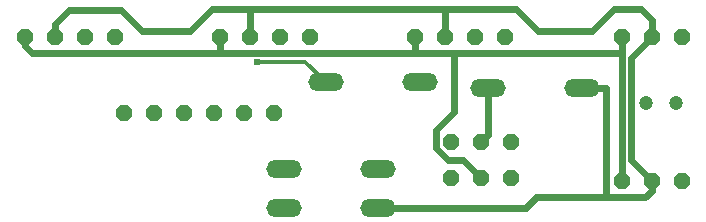
<source format=gbr>
%TF.GenerationSoftware,KiCad,Pcbnew,7.0.5*%
%TF.CreationDate,2023-09-06T09:40:42-04:00*%
%TF.ProjectId,NB1,4e42312e-6b69-4636-9164-5f7063625858,rev?*%
%TF.SameCoordinates,Original*%
%TF.FileFunction,Copper,L2,Bot*%
%TF.FilePolarity,Positive*%
%FSLAX46Y46*%
G04 Gerber Fmt 4.6, Leading zero omitted, Abs format (unit mm)*
G04 Created by KiCad (PCBNEW 7.0.5) date 2023-09-06 09:40:42*
%MOMM*%
%LPD*%
G01*
G04 APERTURE LIST*
G04 Aperture macros list*
%AMOutline5P*
0 Free polygon, 5 corners , with rotation*
0 The origin of the aperture is its center*
0 number of corners: always 5*
0 $1 to $10 corner X, Y*
0 $11 Rotation angle, in degrees counterclockwise*
0 create outline with 5 corners*
4,1,5,$1,$2,$3,$4,$5,$6,$7,$8,$9,$10,$1,$2,$11*%
%AMOutline6P*
0 Free polygon, 6 corners , with rotation*
0 The origin of the aperture is its center*
0 number of corners: always 6*
0 $1 to $12 corner X, Y*
0 $13 Rotation angle, in degrees counterclockwise*
0 create outline with 6 corners*
4,1,6,$1,$2,$3,$4,$5,$6,$7,$8,$9,$10,$11,$12,$1,$2,$13*%
%AMOutline7P*
0 Free polygon, 7 corners , with rotation*
0 The origin of the aperture is its center*
0 number of corners: always 7*
0 $1 to $14 corner X, Y*
0 $15 Rotation angle, in degrees counterclockwise*
0 create outline with 7 corners*
4,1,7,$1,$2,$3,$4,$5,$6,$7,$8,$9,$10,$11,$12,$13,$14,$1,$2,$15*%
%AMOutline8P*
0 Free polygon, 8 corners , with rotation*
0 The origin of the aperture is its center*
0 number of corners: always 8*
0 $1 to $16 corner X, Y*
0 $17 Rotation angle, in degrees counterclockwise*
0 create outline with 8 corners*
4,1,8,$1,$2,$3,$4,$5,$6,$7,$8,$9,$10,$11,$12,$13,$14,$15,$16,$1,$2,$17*%
G04 Aperture macros list end*
%TA.AperFunction,ComponentPad*%
%ADD10Outline8P,-0.675000X0.279594X-0.279594X0.675000X0.279594X0.675000X0.675000X0.279594X0.675000X-0.279594X0.279594X-0.675000X-0.279594X-0.675000X-0.675000X-0.279594X0.000000*%
%TD*%
%TA.AperFunction,ComponentPad*%
%ADD11C,1.200000*%
%TD*%
%TA.AperFunction,ComponentPad*%
%ADD12O,3.000000X1.500000*%
%TD*%
%TA.AperFunction,ViaPad*%
%ADD13C,0.604000*%
%TD*%
%TA.AperFunction,Conductor*%
%ADD14C,0.609600*%
%TD*%
%TA.AperFunction,Conductor*%
%ADD15C,0.304800*%
%TD*%
G04 APERTURE END LIST*
D10*
%TO.P,U$3,P1*%
%TO.N,GND*%
X137452100Y-98653600D03*
%TO.P,U$3,P2*%
%TO.N,VCC*%
X139992100Y-98653600D03*
%TO.P,U$3,P3*%
%TO.N,SCL*%
X142532100Y-98653600D03*
%TO.P,U$3,P4*%
%TO.N,SDA*%
X145072100Y-98653600D03*
%TD*%
%TO.P,U$4,P1*%
%TO.N,GND*%
X153962100Y-98653600D03*
%TO.P,U$4,P2*%
%TO.N,VCC*%
X156502100Y-98653600D03*
%TO.P,U$4,P3*%
%TO.N,SCL*%
X159042100Y-98653600D03*
%TO.P,U$4,P4*%
%TO.N,SDA*%
X161582100Y-98653600D03*
%TD*%
D11*
%TO.P,U$12,A*%
%TO.N,N$1*%
X173520100Y-104241600D03*
%TO.P,U$12,K*%
%TO.N,GND*%
X176060100Y-104241600D03*
%TD*%
D10*
%TO.P,U$2,P1*%
%TO.N,GND*%
X120942100Y-98653600D03*
%TO.P,U$2,P2*%
%TO.N,VCC*%
X123482100Y-98653600D03*
%TO.P,U$2,P3*%
%TO.N,SCL*%
X126022100Y-98653600D03*
%TO.P,U$2,P4*%
%TO.N,SDA*%
X128562100Y-98653600D03*
%TD*%
%TO.P,U$5,P1*%
%TO.N,GND*%
X171488100Y-98653600D03*
%TO.P,U$5,P2*%
%TO.N,VCC*%
X174028100Y-98653600D03*
%TO.P,U$5,P3*%
%TO.N,IO1*%
X176568100Y-98653600D03*
%TD*%
%TO.P,U$7,P1*%
%TO.N,SCL*%
X129324100Y-105130600D03*
%TO.P,U$7,P2*%
%TO.N,SDA*%
X131864100Y-105130600D03*
%TO.P,U$7,P3*%
%TO.N,PWR_A*%
X134404100Y-105130600D03*
%TO.P,U$7,P4*%
%TO.N,PWR_B*%
X136944100Y-105130600D03*
%TO.P,U$7,P5*%
%TO.N,IO1*%
X139484100Y-105130600D03*
%TO.P,U$7,P6*%
%TO.N,IO2*%
X142024100Y-105130600D03*
%TD*%
%TO.P,U$8,P1*%
%TO.N,PWR_B*%
X157010100Y-107543600D03*
%TO.P,U$8,P2*%
%TO.N,PWR*%
X159550100Y-107543600D03*
%TO.P,U$8,P3*%
%TO.N,PWR_A*%
X162090100Y-107543600D03*
%TD*%
D12*
%TO.P,U$10,P1*%
%TO.N,SCL*%
X142850100Y-113131600D03*
%TO.P,U$10,P2*%
%TO.N,VCC*%
X150850100Y-113131600D03*
%TD*%
%TO.P,U$11,P1*%
%TO.N,SDA*%
X142850100Y-109829600D03*
%TO.P,U$11,P2*%
%TO.N,VCC*%
X150850100Y-109829600D03*
%TD*%
D10*
%TO.P,U$9,P1*%
%TO.N,PWR_A*%
X157010100Y-110591600D03*
%TO.P,U$9,P2*%
%TO.N,GND*%
X159550100Y-110591600D03*
%TO.P,U$9,P3*%
%TO.N,PWR_B*%
X162090100Y-110591600D03*
%TD*%
D12*
%TO.P,U$13,P1*%
%TO.N,N$1*%
X154406100Y-102463600D03*
%TO.P,U$13,P2*%
%TO.N,VCC*%
X146406100Y-102463600D03*
%TD*%
D10*
%TO.P,U$6,P1*%
%TO.N,GND*%
X171488100Y-110845600D03*
%TO.P,U$6,P2*%
%TO.N,VCC*%
X174028100Y-110845600D03*
%TO.P,U$6,P3*%
%TO.N,IO2*%
X176568100Y-110845600D03*
%TD*%
D12*
%TO.P,U$1,P1*%
%TO.N,PWR*%
X160122100Y-102971600D03*
%TO.P,U$1,P2*%
%TO.N,VCC*%
X168122100Y-102971600D03*
%TD*%
D13*
%TO.N,VCC*%
X140601700Y-100764600D03*
%TD*%
D14*
%TO.N,GND*%
X156756100Y-109067600D02*
X155740100Y-108051600D01*
X153962100Y-98653600D02*
X153962100Y-99999800D01*
X155460700Y-99999800D02*
X155486100Y-100025200D01*
X137452100Y-99999800D02*
X153962100Y-99999800D01*
X155740100Y-108051600D02*
X155740100Y-106527600D01*
X157264100Y-105003600D02*
X157264100Y-100025200D01*
X171488100Y-100025200D02*
X171488100Y-98653600D01*
X121526300Y-99999800D02*
X137452100Y-99999800D01*
X137452100Y-98653600D02*
X137452100Y-99999800D01*
X155740100Y-106527600D02*
X157264100Y-105003600D01*
X158026100Y-109067600D02*
X156756100Y-109067600D01*
X120942100Y-98653600D02*
X120942100Y-99415600D01*
X155486100Y-100025200D02*
X157264100Y-100025200D01*
X157264100Y-100025200D02*
X171488100Y-100025200D01*
X171488100Y-100025200D02*
X171488100Y-110845600D01*
X153962100Y-99999800D02*
X155460700Y-99999800D01*
X159550100Y-110591600D02*
X158026100Y-109067600D01*
X121526300Y-99999800D02*
X120942100Y-99415600D01*
%TO.N,VCC*%
X170167300Y-112115600D02*
X170294300Y-112242600D01*
X174028100Y-111683800D02*
X173469300Y-112242600D01*
X170802300Y-96291400D02*
X168948100Y-98145600D01*
X163360100Y-113131600D02*
X150850100Y-113131600D01*
X168122100Y-102971600D02*
X170167300Y-102971600D01*
X123482100Y-97561400D02*
X124675900Y-96367600D01*
D15*
X144707100Y-100764600D02*
X140601700Y-100764600D01*
D14*
X136766300Y-96291400D02*
X140235428Y-96291400D01*
X140235428Y-96291400D02*
X140093700Y-96367600D01*
X170167300Y-102971600D02*
X170167300Y-112115600D01*
X174028100Y-98653600D02*
X172250100Y-100431600D01*
X162521900Y-96291400D02*
X164376100Y-98145600D01*
X172250100Y-109067600D02*
X174028100Y-110845600D01*
X173088300Y-96291400D02*
X170802300Y-96291400D01*
X140235428Y-96291400D02*
X156629100Y-96291400D01*
X134912100Y-98145600D02*
X136766300Y-96291400D01*
X156629100Y-96291400D02*
X162521900Y-96291400D01*
X164249100Y-112242600D02*
X163360100Y-113131600D01*
X139992100Y-96422225D02*
X139992100Y-98653600D01*
X156502100Y-98653600D02*
X156502100Y-96432513D01*
D15*
X146406100Y-102463600D02*
X144707100Y-100764600D01*
D14*
X156629100Y-96291400D02*
X156502100Y-96432513D01*
X129070100Y-96367600D02*
X130848100Y-98145600D01*
X172250100Y-100431600D02*
X172250100Y-109067600D01*
X173469300Y-112242600D02*
X170294300Y-112242600D01*
X174028100Y-97231200D02*
X173088300Y-96291400D01*
X130848100Y-98145600D02*
X134912100Y-98145600D01*
X174028100Y-110845600D02*
X174028100Y-111683800D01*
X174028100Y-98653600D02*
X174028100Y-97231200D01*
X170294300Y-112242600D02*
X164249100Y-112242600D01*
X123482100Y-97561400D02*
X123482100Y-98653600D01*
X168948100Y-98145600D02*
X164376100Y-98145600D01*
X140093700Y-96367600D02*
X139992100Y-96422225D01*
X124675900Y-96367600D02*
X129070100Y-96367600D01*
%TO.N,PWR*%
X160122100Y-102971600D02*
X160122100Y-106971600D01*
X159550100Y-107543600D02*
X160122100Y-106971600D01*
%TD*%
M02*

</source>
